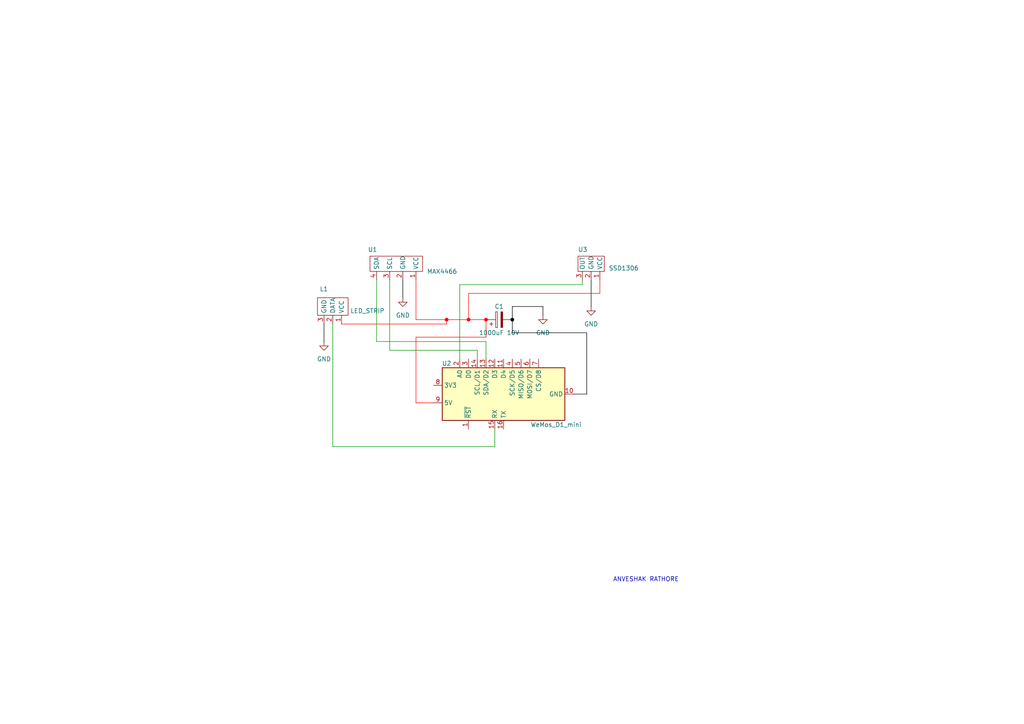
<source format=kicad_sch>
(kicad_sch (version 20211123) (generator eeschema)
  (paper "A4")
  (title_block (title "LED_WEB") (date "2022-03-14") (rev "V1") (comment 1 "NOT TO BE COPIED WITHOUT PERMISSION"))
  (lib_symbols
    (symbol "Device:C_Polarized" (pin_numbers hide) (pin_names (offset 0.254))
      (property "Reference" "C" (at 0.635 2.54 0))
      (property "Value" "C_Polarized" (at 0.635 -2.54 0))
      (symbol "C_Polarized_0_1"
        (rectangle (start -2.286 0.508) (end 2.286 1.016))
        (polyline (pts (xy -1.778 2.286) (xy -0.762 2.286)))
        (polyline (pts (xy -1.27 2.794) (xy -1.27 1.778)))
        (rectangle (start 2.286 -0.508) (end -2.286 -1.016) (fill (type outline)))
      )
      (symbol "C_Polarized_1_1"
        (pin passive line (at 0 3.81 270) (length 2.794) (name "~") (number "1"))
        (pin passive line (at 0 -3.81 90) (length 2.794) (name "~") (number "2"))
      )
    )
    (symbol "MCU_Module:WeMos_D1_mini"
      (property "Reference" "U" (at 3.81 19.05 0))
      (property "Value" "WeMos_D1_mini" (at 1.27 -19.05 0))
      (symbol "WeMos_D1_mini_1_1"
        (rectangle (start -7.62 17.78) (end 7.62 -17.78) (stroke (width 0.254)) (fill (type background)))
        (pin input line (at -10.16 10.16 0) (length 2.54) (name "~{RST}") (number "1"))
        (pin power_in line (at 0 -20.32 90) (length 2.54) (name "GND") (number "10"))
        (pin bidirectional line (at 10.16 0 180) (length 2.54) (name "D4") (number "11"))
        (pin bidirectional line (at 10.16 2.54 180) (length 2.54) (name "D3") (number "12"))
        (pin bidirectional line (at 10.16 5.08 180) (length 2.54) (name "SDA/D2") (number "13"))
        (pin bidirectional line (at 10.16 7.62 180) (length 2.54) (name "SCL/D1") (number "14"))
        (pin input line (at -10.16 2.54 0) (length 2.54) (name "RX") (number "15"))
        (pin output line (at -10.16 0 0) (length 2.54) (name "TX") (number "16"))
        (pin input line (at 10.16 12.7 180) (length 2.54) (name "A0") (number "2"))
        (pin bidirectional line (at 10.16 10.16 180) (length 2.54) (name "D0") (number "3"))
        (pin bidirectional line (at 10.16 -2.54 180) (length 2.54) (name "SCK/D5") (number "4"))
        (pin bidirectional line (at 10.16 -5.08 180) (length 2.54) (name "MISO/D6") (number "5"))
        (pin bidirectional line (at 10.16 -7.62 180) (length 2.54) (name "MOSI/D7") (number "6"))
        (pin bidirectional line (at 10.16 -10.16 180) (length 2.54) (name "CS/D8") (number "7"))
        (pin power_out line (at 2.54 20.32 270) (length 2.54) (name "3V3") (number "8"))
        (pin power_in line (at -2.54 20.32 270) (length 2.54) (name "5V") (number "9"))
      )
    )
    (symbol "led_web_sym:LED_STRIP"
      (property "Reference" "L" (at 0 8.89 0))
      (property "Value" "LED_STRIP" (at 0 -2.54 0))
      (symbol "LED_STRIP_0_1"
        (rectangle (start -4.445 7.62) (end 4.445 2.54))
      )
      (symbol "LED_STRIP_1_1"
        (pin input line (at 2.54 0 90) (length 2.54) (name "VCC") (number "1"))
        (pin input line (at 0 0 90) (length 2.54) (name "DATA") (number "2"))
        (pin input line (at -2.54 0 90) (length 2.54) (name "GND") (number "3"))
      )
    )
    (symbol "led_web_sym:MAX4466"
      (property "Reference" "U" (at -3.175 10.16 0))
      (property "Value" "MAX4466" (at 0 0 0))
      (symbol "MAX4466_0_1"
        (rectangle (start 3.81 4.445) (end -3.81 8.89))
      )
      (symbol "MAX4466_1_1"
        (pin input line (at 2.54 1.905 90) (length 2.54) (name "VCC") (number "1"))
        (pin input line (at 0 1.905 90) (length 2.54) (name "GND") (number "2"))
        (pin input line (at -2.54 1.905 90) (length 2.54) (name "OUT") (number "3"))
      )
    )
    (symbol "led_web_sym:SSD1306"
      (property "Reference" "U" (at -5.715 3.175 0))
      (property "Value" "SSD1306" (at 3.175 -6.35 0))
      (symbol "SSD1306_0_1"
        (rectangle (start -7.62 1.905) (end 7.62 -2.54))
      )
      (symbol "SSD1306_1_1"
        (pin power_in line (at 5.715 -5.08 90) (length 2.54) (name "VCC") (number "1"))
        (pin power_in line (at 1.905 -5.08 90) (length 2.54) (name "GND") (number "2"))
        (pin input line (at -1.905 -5.08 90) (length 2.54) (name "SCL") (number "3"))
        (pin input line (at -5.715 -5.08 90) (length 2.54) (name "SDA") (number "4"))
      )
    )
    (symbol "power:GND" (power) (pin_names (offset 0))
      (property "Value" "GND" (at 0 -3.81 0))
      (symbol "GND_0_1"
        (polyline (pts (xy 0 0) (xy 0 -1.27) (xy 1.27 -1.27) (xy 0 -2.54) (xy -1.27 -1.27) (xy 0 -1.27)))
      )
      (symbol "GND_1_1"
        (pin power_in line (at 0 0 270) (length 0) hide (name "GND") (number "1"))
      )
    )
  )
  (junction (at 140.97 92.71) (color 255 0 0 1))
  (junction (at 129.54 92.71) (color 255 0 0 1))
  (junction (at 135.89 92.71) (color 255 0 0 1))
  (junction (at 148.59 92.71) (color 0 0 0 1))
  (wire (pts (xy 93.98 93.98) (xy 93.98 99.06)) (stroke (width 0) (color 0 0 0 1)))
  (wire (pts (xy 138.43 101.6) (xy 138.43 104.14)))
  (wire (pts (xy 166.37 114.3) (xy 170.18 114.3)) (stroke (width 0) (color 0 0 0 1)))
  (wire (pts (xy 143.51 129.54) (xy 143.51 124.46)))
  (wire (pts (xy 125.73 116.84) (xy 120.65 116.84)) (stroke (width 0) (color 255 0 0 1)))
  (wire (pts (xy 135.89 92.71) (xy 140.97 92.71)) (stroke (width 0) (color 255 0 0 1)))
  (wire (pts (xy 157.48 88.9) (xy 157.48 91.44)) (stroke (width 0) (color 0 0 0 1)))
  (wire (pts (xy 96.52 129.54) (xy 143.51 129.54)))
  (wire (pts (xy 170.18 114.3) (xy 170.18 96.52)) (stroke (width 0) (color 0 0 0 1)))
  (wire (pts (xy 109.22 99.06) (xy 140.97 99.06)))
  (wire (pts (xy 120.65 92.71) (xy 129.54 92.71)) (stroke (width 0) (color 255 0 0 1)))
  (wire (pts (xy 99.06 93.98) (xy 129.54 93.98)) (stroke (width 0) (color 255 0 0 1)))
  (wire (pts (xy 148.59 96.52) (xy 170.18 96.52)) (stroke (width 0) (color 0 0 0 1)))
  (wire (pts (xy 173.99 81.28) (xy 173.99 85.09)) (stroke (width 0) (color 255 0 0 1)))
  (wire (pts (xy 140.97 97.79) (xy 140.97 92.71)) (stroke (width 0) (color 255 0 0 1)))
  (wire (pts (xy 133.35 82.55) (xy 133.35 104.14)))
  (wire (pts (xy 120.65 116.84) (xy 120.65 97.79)) (stroke (width 0) (color 255 0 0 1)))
  (wire (pts (xy 129.54 92.71) (xy 129.54 93.98)) (stroke (width 0) (color 255 0 0 1)))
  (wire (pts (xy 148.59 92.71) (xy 148.59 88.9)) (stroke (width 0) (color 0 0 0 1)))
  (wire (pts (xy 171.45 81.28) (xy 171.45 88.9)) (stroke (width 0) (color 0 0 0 1)))
  (wire (pts (xy 148.59 96.52) (xy 148.59 92.71)) (stroke (width 0) (color 0 0 0 1)))
  (wire (pts (xy 120.65 97.79) (xy 140.97 97.79)) (stroke (width 0) (color 255 0 0 1)))
  (wire (pts (xy 116.84 81.28) (xy 116.84 86.36)) (stroke (width 0) (color 0 0 0 1)))
  (wire (pts (xy 113.03 101.6) (xy 138.43 101.6)))
  (wire (pts (xy 113.03 81.28) (xy 113.03 101.6)))
  (wire (pts (xy 109.22 81.28) (xy 109.22 99.06)))
  (wire (pts (xy 135.89 92.71) (xy 135.89 85.09)) (stroke (width 0) (color 255 0 0 1)))
  (wire (pts (xy 135.89 85.09) (xy 173.99 85.09)) (stroke (width 0) (color 255 0 0 1)))
  (wire (pts (xy 140.97 99.06) (xy 140.97 104.14)))
  (wire (pts (xy 129.54 92.71) (xy 135.89 92.71)) (stroke (width 0) (color 255 0 0 1)))
  (wire (pts (xy 168.91 81.28) (xy 168.91 82.55)))
  (wire (pts (xy 120.65 81.28) (xy 120.65 92.71)) (stroke (width 0) (color 255 0 0 1)))
  (wire (pts (xy 168.91 82.55) (xy 133.35 82.55)))
  (wire (pts (xy 96.52 93.98) (xy 96.52 129.54)))
  (wire (pts (xy 148.59 88.9) (xy 157.48 88.9)) (stroke (width 0) (color 0 0 0 1)))
  (text "ANVESHAK RATHORE" (at 177.8 168.91 0) (effects (font (size 1.27 1.27)) (justify left bottom)))
  (symbol (lib_id "MCU_Module:WeMos_D1_mini") (at 146.05 114.3 90) (unit 1)
    (property "Reference" "U2" (at 129.54 105.41 90))
    (property "Value" "WeMos_D1_mini" (at 161.29 123.19 90))
    (property "Footprint" "Module:WEMOS_D1_mini_light" (effects hide))
    (property "Datasheet" "https://wiki.wemos.cc/products:d1:d1_mini#documentation" (effects hide))
  )
  (symbol (lib_id "power:GND") (at 157.48 91.44 0) (unit 1)
    (property "Reference" "#PWR0101" (effects hide))
    (property "Value" "GND" (at 157.48 96.52 0))
  )
  (symbol (lib_id "power:GND") (at 116.84 86.36 0) (unit 1)
    (property "Reference" "#PWR02" (effects hide))
    (property "Value" "GND" (at 116.84 91.44 0))
  )
  (symbol (lib_id "Device:C_Polarized") (at 144.78 92.71 90) (unit 1)
    (property "Reference" "C1" (at 144.78 88.9 90))
    (property "Value" "1000uF 10V" (at 144.78 96.52 90))
    (property "Footprint" "Capacitor_THT:CP_Radial_D5.0mm_P2.50mm" (effects hide))
  )
  (symbol (lib_id "power:GND") (at 93.98 99.06 0) (unit 1)
    (property "Reference" "#PWR01" (effects hide))
    (property "Value" "GND" (at 93.98 104.14 0))
  )
  (symbol (lib_id "led_web_sym:LED_STRIP") (at 96.52 93.98 0) (unit 1)
    (property "Reference" "L1" (at 92.71 83.82 0) (effects (justify left)))
    (property "Value" "LED_STRIP" (at 101.6 90.1699 0) (effects (justify left)))
    (property "Footprint" "led_web_foots:LED_STRIP" (effects hide))
  )
  (symbol (lib_id "led_web_sym:SSD1306") (at 114.935 76.2 0) (unit 1)
    (property "Reference" "U1" (at 106.68 72.39 0) (effects (justify left)))
    (property "Value" "MAX4466" (at 123.825 78.7399 0) (effects (justify left)))
    (property "Footprint" "led_web_foots:MAX4466" (effects hide))
  )
  (symbol (lib_id "power:GND") (at 171.45 88.9 0) (unit 1)
    (property "Reference" "#PWR03" (effects hide))
    (property "Value" "GND" (at 171.45 93.98 0))
  )
  (symbol (lib_id "led_web_sym:MAX4466") (at 171.45 83.185 0) (unit 1)
    (property "Reference" "U3" (at 167.64 72.39 0) (effects (justify left)))
    (property "Value" "SSD1306" (at 176.53 77.7874 0) (effects (justify left)))
    (property "Footprint" "led_web_foots:SSD1306" (effects hide))
  )
)
</source>
